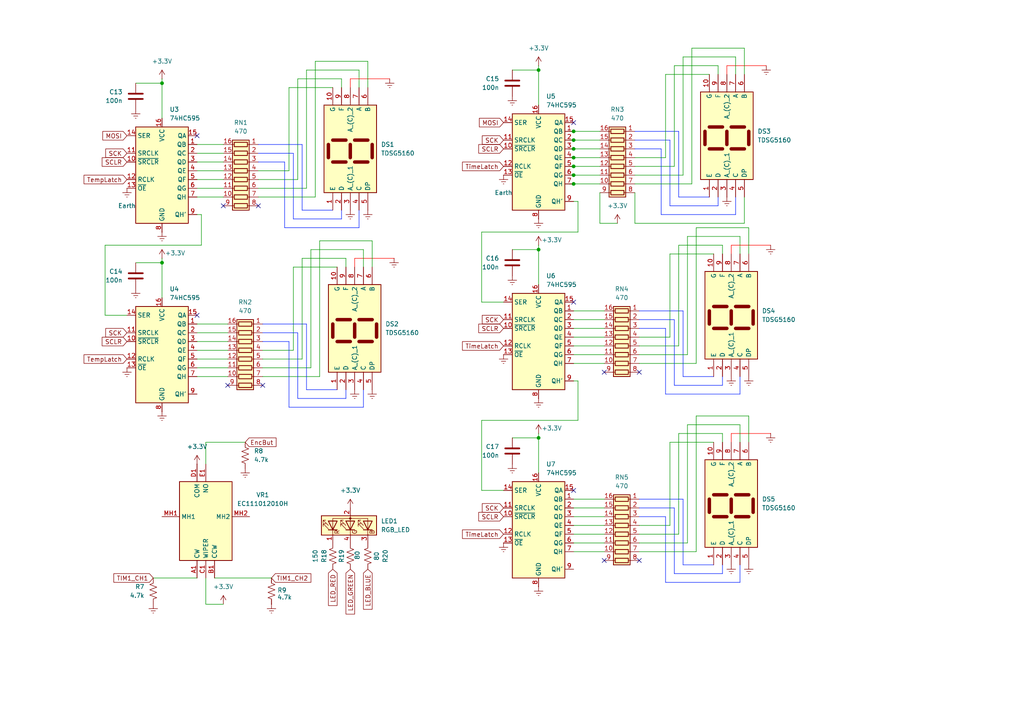
<source format=kicad_sch>
(kicad_sch (version 20231120) (generator "eeschema") (generator_version "8.0")
  (paper "A4")
  (lib_symbols
    (symbol "74xx:74HC595"
      (property "Reference" "U" (at -7.62 13.97 0))
      (property "Value" "74HC595" (at -7.62 -16.51 0))
      (symbol "74HC595_1_0"
        (pin tri_state line (at 10.16 7.62 180) (length 2.54) (name "QB") (number "1"))
        (pin input line (at -10.16 2.54 0) (length 2.54) (name "~{SRCLR}") (number "10"))
        (pin input line (at -10.16 5.08 0) (length 2.54) (name "SRCLK") (number "11"))
        (pin input line (at -10.16 -2.54 0) (length 2.54) (name "RCLK") (number "12"))
        (pin input line (at -10.16 -5.08 0) (length 2.54) (name "~{OE}") (number "13"))
        (pin input line (at -10.16 10.16 0) (length 2.54) (name "SER") (number "14"))
        (pin tri_state line (at 10.16 10.16 180) (length 2.54) (name "QA") (number "15"))
        (pin power_in line (at 0 15.24 270) (length 2.54) (name "VCC") (number "16"))
        (pin tri_state line (at 10.16 5.08 180) (length 2.54) (name "QC") (number "2"))
        (pin tri_state line (at 10.16 2.54 180) (length 2.54) (name "QD") (number "3"))
        (pin tri_state line (at 10.16 0 180) (length 2.54) (name "QE") (number "4"))
        (pin tri_state line (at 10.16 -2.54 180) (length 2.54) (name "QF") (number "5"))
        (pin tri_state line (at 10.16 -5.08 180) (length 2.54) (name "QG") (number "6"))
        (pin tri_state line (at 10.16 -7.62 180) (length 2.54) (name "QH") (number "7"))
        (pin power_in line (at 0 -17.78 90) (length 2.54) (name "GND") (number "8"))
        (pin output line (at 10.16 -12.7 180) (length 2.54) (name "QH'") (number "9"))
      )
      (symbol "74HC595_1_1"
        (rectangle (start -7.62 12.7) (end 7.62 -15.24) (stroke (width 0.254)) (fill (type background)))
      )
    )
    (symbol "Device:C" (pin_numbers hide) (pin_names (offset 0.254))
      (property "Reference" "C" (at 0.635 2.54 0))
      (property "Value" "C" (at 0.635 -2.54 0))
      (symbol "C_0_1"
        (polyline (pts (xy -2.032 -0.762) (xy 2.032 -0.762)) (stroke (width 0.508)))
        (polyline (pts (xy -2.032 0.762) (xy 2.032 0.762)) (stroke (width 0.508)))
      )
      (symbol "C_1_1"
        (pin passive line (at 0 3.81 270) (length 2.794) (name "~") (number "1"))
        (pin passive line (at 0 -3.81 90) (length 2.794) (name "~") (number "2"))
      )
    )
    (symbol "Device:LED_ARBG" (pin_names (offset 0) hide)
      (property "Reference" "LED1" (at 1.2701 -8.89 90))
      (property "Value" "521-8559F" (at -1.2699 -8.89 90))
      (symbol "LED_ARBG_0_0"
        (text "B" (at -1.905 -6.35 0) (effects (font (size 1.27 1.27))))
        (text "G" (at -1.905 -1.27 0) (effects (font (size 1.27 1.27))))
        (text "R" (at -1.905 3.81 0) (effects (font (size 1.27 1.27))))
      )
      (symbol "LED_ARBG_0_1"
        (rectangle (start -2.794 8.382) (end 2.794 -7.62) (stroke (width 0.254)) (fill (type background)))
        (polyline (pts (xy -1.27 -5.08) (xy -2.54 -5.08)))
        (polyline (pts (xy -1.27 -5.08) (xy 1.27 -5.08)))
        (polyline (pts (xy -1.27 -3.81) (xy -1.27 -6.35)) (stroke (width 0.254)))
        (polyline (pts (xy -1.27 0) (xy -2.54 0)))
        (polyline (pts (xy -1.27 1.27) (xy -1.27 -1.27)) (stroke (width 0.254)))
        (polyline (pts (xy -1.27 5.08) (xy -2.54 5.08)))
        (polyline (pts (xy -1.27 5.08) (xy 1.27 5.08)))
        (polyline (pts (xy -1.27 6.35) (xy -1.27 3.81)) (stroke (width 0.254)))
        (polyline (pts (xy 1.27 0) (xy -1.27 0)))
        (polyline (pts (xy 1.27 0) (xy 2.54 0)))
        (polyline (pts (xy -1.27 1.27) (xy -1.27 -1.27) (xy -1.27 -1.27)))
        (polyline (pts (xy -1.27 6.35) (xy -1.27 3.81) (xy -1.27 3.81)))
        (polyline (pts (xy 1.27 -5.08) (xy 2.032 -5.08) (xy 2.032 5.08) (xy 1.27 5.08)))
        (polyline (pts (xy 1.27 -3.81) (xy 1.27 -6.35) (xy -1.27 -5.08) (xy 1.27 -3.81)) (stroke (width 0.254)))
        (polyline (pts (xy 1.27 1.27) (xy 1.27 -1.27) (xy -1.27 0) (xy 1.27 1.27)) (stroke (width 0.254)))
        (polyline (pts (xy 1.27 6.35) (xy 1.27 3.81) (xy -1.27 5.08) (xy 1.27 6.35)) (stroke (width 0.254)))
        (polyline (pts (xy -1.016 -3.81) (xy 0.508 -2.286) (xy -0.254 -2.286) (xy 0.508 -2.286) (xy 0.508 -3.048)))
        (polyline (pts (xy -1.016 1.27) (xy 0.508 2.794) (xy -0.254 2.794) (xy 0.508 2.794) (xy 0.508 2.032)))
        (polyline (pts (xy -1.016 6.35) (xy 0.508 7.874) (xy -0.254 7.874) (xy 0.508 7.874) (xy 0.508 7.112)))
        (polyline (pts (xy 0 -3.81) (xy 1.524 -2.286) (xy 0.762 -2.286) (xy 1.524 -2.286) (xy 1.524 -3.048)))
        (polyline (pts (xy 0 1.27) (xy 1.524 2.794) (xy 0.762 2.794) (xy 1.524 2.794) (xy 1.524 2.032)))
        (polyline (pts (xy 0 6.35) (xy 1.524 7.874) (xy 0.762 7.874) (xy 1.524 7.874) (xy 1.524 7.112)))
        (rectangle (start 1.27 -1.27) (end 1.27 1.27))
        (rectangle (start 1.27 1.27) (end 1.27 1.27))
        (rectangle (start 1.27 3.81) (end 1.27 6.35))
        (rectangle (start 1.27 6.35) (end 1.27 6.35))
        (circle (center 2.032 0) (radius 0.254) (fill (type outline)))
      )
      (symbol "LED_ARBG_1_1"
        (pin passive line (at -5.08 5.08 0) (length 2.54) (name "1") (number "1"))
        (pin passive line (at 5.08 0 180) (length 2.54) (name "A") (number "2"))
        (pin passive line (at -5.08 -5.08 0) (length 2.54) (name "BK") (number "3"))
        (pin passive line (at -5.08 0 0) (length 2.54) (name "GK") (number "4"))
      )
    )
    (symbol "Device:R_Pack08" (pin_names (offset 0) hide)
      (property "Reference" "RN" (at -12.7 0 90))
      (property "Value" "R_Pack08" (at 10.16 0 90))
      (symbol "R_Pack08_0_1"
        (rectangle (start -11.43 -2.413) (end 8.89 2.413) (stroke (width 0.254)) (fill (type background)))
        (rectangle (start -10.795 1.905) (end -9.525 -1.905) (stroke (width 0.254)))
        (rectangle (start -8.255 1.905) (end -6.985 -1.905) (stroke (width 0.254)))
        (rectangle (start -5.715 1.905) (end -4.445 -1.905) (stroke (width 0.254)))
        (rectangle (start -3.175 1.905) (end -1.905 -1.905) (stroke (width 0.254)))
        (rectangle (start -0.635 1.905) (end 0.635 -1.905) (stroke (width 0.254)))
        (polyline (pts (xy -10.16 -2.54) (xy -10.16 -1.905)))
        (polyline (pts (xy -10.16 1.905) (xy -10.16 2.54)))
        (polyline (pts (xy -7.62 -2.54) (xy -7.62 -1.905)))
        (polyline (pts (xy -7.62 1.905) (xy -7.62 2.54)))
        (polyline (pts (xy -5.08 -2.54) (xy -5.08 -1.905)))
        (polyline (pts (xy -5.08 1.905) (xy -5.08 2.54)))
        (polyline (pts (xy -2.54 -2.54) (xy -2.54 -1.905)))
        (polyline (pts (xy -2.54 1.905) (xy -2.54 2.54)))
        (polyline (pts (xy 0 -2.54) (xy 0 -1.905)))
        (polyline (pts (xy 0 1.905) (xy 0 2.54)))
        (polyline (pts (xy 2.54 -2.54) (xy 2.54 -1.905)))
        (polyline (pts (xy 2.54 1.905) (xy 2.54 2.54)))
        (polyline (pts (xy 5.08 -2.54) (xy 5.08 -1.905)))
        (polyline (pts (xy 5.08 1.905) (xy 5.08 2.54)))
        (polyline (pts (xy 7.62 -2.54) (xy 7.62 -1.905)))
        (polyline (pts (xy 7.62 1.905) (xy 7.62 2.54)))
        (rectangle (start 1.905 1.905) (end 3.175 -1.905) (stroke (width 0.254)))
        (rectangle (start 4.445 1.905) (end 5.715 -1.905) (stroke (width 0.254)))
        (rectangle (start 6.985 1.905) (end 8.255 -1.905) (stroke (width 0.254)))
      )
      (symbol "R_Pack08_1_1"
        (pin passive line (at -10.16 -5.08 90) (length 2.54) (name "R1.1") (number "1"))
        (pin passive line (at 5.08 5.08 270) (length 2.54) (name "R7.2") (number "10"))
        (pin passive line (at 2.54 5.08 270) (length 2.54) (name "R6.2") (number "11"))
        (pin passive line (at 0 5.08 270) (length 2.54) (name "R5.2") (number "12"))
        (pin passive line (at -2.54 5.08 270) (length 2.54) (name "R4.2") (number "13"))
        (pin passive line (at -5.08 5.08 270) (length 2.54) (name "R3.2") (number "14"))
        (pin passive line (at -7.62 5.08 270) (length 2.54) (name "R2.2") (number "15"))
        (pin passive line (at -10.16 5.08 270) (length 2.54) (name "R1.2") (number "16"))
        (pin passive line (at -7.62 -5.08 90) (length 2.54) (name "R2.1") (number "2"))
        (pin passive line (at -5.08 -5.08 90) (length 2.54) (name "R3.1") (number "3"))
        (pin passive line (at -2.54 -5.08 90) (length 2.54) (name "R4.1") (number "4"))
        (pin passive line (at 0 -5.08 90) (length 2.54) (name "R5.1") (number "5"))
        (pin passive line (at 2.54 -5.08 90) (length 2.54) (name "R6.1") (number "6"))
        (pin passive line (at 5.08 -5.08 90) (length 2.54) (name "R7.1") (number "7"))
        (pin passive line (at 7.62 -5.08 90) (length 2.54) (name "R8.1") (number "8"))
        (pin passive line (at 7.62 5.08 270) (length 2.54) (name "R8.2") (number "9"))
      )
    )
    (symbol "Device:R_US" (pin_numbers hide) (pin_names (offset 0))
      (property "Reference" "R" (at 2.54 0 90))
      (property "Value" "R_US" (at -2.54 0 90))
      (symbol "R_US_0_1"
        (polyline (pts (xy 0 -2.286) (xy 0 -2.54)))
        (polyline (pts (xy 0 2.286) (xy 0 2.54)))
        (polyline (pts (xy 0 -0.762) (xy 1.016 -1.143) (xy 0 -1.524) (xy -1.016 -1.905) (xy 0 -2.286)))
        (polyline (pts (xy 0 0.762) (xy 1.016 0.381) (xy 0 0) (xy -1.016 -0.381) (xy 0 -0.762)))
        (polyline (pts (xy 0 2.286) (xy 1.016 1.905) (xy 0 1.524) (xy -1.016 1.143) (xy 0 0.762)))
      )
      (symbol "R_US_1_1"
        (pin passive line (at 0 3.81 270) (length 1.27) (name "~") (number "1"))
        (pin passive line (at 0 -3.81 90) (length 1.27) (name "~") (number "2"))
      )
    )
    (symbol "SamacSys_Parts:EC111012010H"
      (property "Reference" "VR" (at 21.59 15.24 0))
      (property "Value" "EC111012010H" (at 21.59 12.7 0))
      (symbol "EC111012010H_1_1"
        (rectangle (start 5.08 10.16) (end 20.32 -12.7) (stroke (width 0.254)) (fill (type background)))
        (pin passive line (at 10.16 -17.78 90) (length 5.08) (name "CW") (number "A1"))
        (pin passive line (at 15.24 -17.78 90) (length 5.08) (name "CCW") (number "B1"))
        (pin passive line (at 12.7 -17.78 90) (length 5.08) (name "WIPER") (number "C1"))
        (pin passive line (at 10.16 15.24 270) (length 5.08) (name "COM") (number "D1"))
        (pin passive line (at 12.7 15.24 270) (length 5.08) (name "NO") (number "E1"))
        (pin passive line (at 0 0 0) (length 5.08) (name "MH1") (number "MH1"))
        (pin passive line (at 25.4 0 180) (length 5.08) (name "MH2") (number "MH2"))
      )
    )
    (symbol "TDSG5160_1"
      (property "Reference" "DS1" (at 17.78 7.62 0))
      (property "Value" "TDSG5160" (at 17.78 5.08 0))
      (symbol "TDSG5160_1_0_1"
        (polyline (pts (xy 13.97 -6.35) (xy 13.97 -10.16)) (stroke (width 1)))
        (polyline (pts (xy 13.97 0) (xy 13.97 -3.81)) (stroke (width 1)))
        (polyline (pts (xy 15.24 -11.43) (xy 19.05 -11.43)) (stroke (width 1)))
        (polyline (pts (xy 15.24 -5.08) (xy 19.05 -5.08)) (stroke (width 1)))
        (polyline (pts (xy 15.24 1.27) (xy 19.05 1.27)) (stroke (width 1)))
        (polyline (pts (xy 20.32 -6.35) (xy 20.32 -10.16)) (stroke (width 1)))
        (polyline (pts (xy 20.32 0) (xy 20.32 -3.81)) (stroke (width 1)))
      )
      (symbol "TDSG5160_1_1_1"
        (rectangle (start 5.08 2.54) (end 30.48 -12.7) (stroke (width 0.254)) (fill (type background)))
        (pin passive line (at 0 0 0) (length 5.08) (name "E") (number "1"))
        (pin passive line (at 35.56 0 180) (length 5.08) (name "G") (number "10"))
        (pin passive line (at 0 -2.54 0) (length 5.08) (name "D") (number "2"))
        (pin passive line (at 0 -5.08 0) (length 5.08) (name "A_(C)_1") (number "3"))
        (pin passive line (at 0 -7.62 0) (length 5.08) (name "C") (number "4"))
        (pin passive line (at 0 -10.16 0) (length 5.08) (name "DP") (number "5"))
        (pin passive line (at 35.56 -10.16 180) (length 5.08) (name "B") (number "6"))
        (pin passive line (at 35.56 -7.62 180) (length 5.08) (name "A") (number "7"))
        (pin passive line (at 35.56 -5.08 180) (length 5.08) (name "A_(C)_2") (number "8"))
        (pin passive line (at 35.56 -2.54 180) (length 5.08) (name "F") (number "9"))
      )
    )
    (symbol "power:+3.3V" (power) (pin_numbers hide) (pin_names (offset 0) hide)
      (property "Value" "+3.3V" (at 0 3.556 0))
      (symbol "+3.3V_0_1"
        (polyline (pts (xy -0.762 1.27) (xy 0 2.54)))
        (polyline (pts (xy 0 0) (xy 0 2.54)))
        (polyline (pts (xy 0 2.54) (xy 0.762 1.27)))
      )
      (symbol "+3.3V_1_1"
        (pin power_in line (at 0 0 90) (length 0) (name "~") (number "1"))
      )
    )
    (symbol "power:Earth" (power) (pin_numbers hide) (pin_names (offset 0) hide)
      (property "Value" "Earth" (at 0 -3.81 0))
      (symbol "Earth_0_1"
        (polyline (pts (xy -0.635 -1.905) (xy 0.635 -1.905)))
        (polyline (pts (xy -0.127 -2.54) (xy 0.127 -2.54)))
        (polyline (pts (xy 0 -1.27) (xy 0 0)))
        (polyline (pts (xy 1.27 -1.27) (xy -1.27 -1.27)))
      )
      (symbol "Earth_1_1"
        (pin power_in line (at 0 0 270) (length 0) (name "~") (number "1"))
      )
    )
  )
  (junction (at 156.21 72.39))
  (junction (at 156.21 127))
  (junction (at 166.37 45.72))
  (junction (at 166.37 40.64))
  (junction (at 166.37 53.34))
  (junction (at 166.37 43.18))
  (junction (at 46.99 76.2))
  (junction (at 166.37 38.1))
  (junction (at 166.37 50.8))
  (junction (at 46.99 24.13))
  (junction (at 156.21 20.32))
  (junction (at 166.37 48.26))
  (no_connect (at 74.93 59.69))
  (no_connect (at 64.77 59.69))
  (no_connect (at 185.42 107.95))
  (no_connect (at 185.42 162.56))
  (no_connect (at 175.26 107.95))
  (no_connect (at 76.2 111.76))
  (no_connect (at 166.37 87.63))
  (no_connect (at 57.15 91.44))
  (no_connect (at 166.37 35.56))
  (no_connect (at 166.37 142.24))
  (no_connect (at 66.04 111.76))
  (no_connect (at 57.15 39.37))
  (no_connect (at 175.26 162.56))
  (wire (pts (xy 90.17 106.68) (xy 90.17 72.39)))
  (wire (pts (xy 198.12 109.22) (xy 198.12 90.17)) (stroke (width 0) (color 0 28 255 1)))
  (wire (pts (xy 88.9 54.61) (xy 88.9 20.32)))
  (wire (pts (xy 212.09 73.66) (xy 212.09 71.12)) (stroke (width 0) (color 255 6 0 1)))
  (wire (pts (xy 86.36 96.52) (xy 86.36 115.57)) (stroke (width 0) (color 0 28 255 1)))
  (wire (pts (xy 76.2 96.52) (xy 86.36 96.52)) (stroke (width 0) (color 0 28 255 1)))
  (wire (pts (xy 193.04 168.91) (xy 193.04 149.86)) (stroke (width 0) (color 0 28 255 1)))
  (wire (pts (xy 107.95 69.85) (xy 107.95 77.47)))
  (wire (pts (xy 99.06 22.86) (xy 99.06 25.4)))
  (wire (pts (xy 100.33 74.93) (xy 100.33 77.47)))
  (wire (pts (xy 46.99 76.2) (xy 46.99 86.36)))
  (wire (pts (xy 167.64 58.42) (xy 167.64 67.31)))
  (wire (pts (xy 105.41 118.11) (xy 83.82 118.11)) (stroke (width 0) (color 0 28 255 1)))
  (wire (pts (xy 217.17 120.65) (xy 217.17 128.27)))
  (wire (pts (xy 165.1 48.26) (xy 166.37 48.26)))
  (wire (pts (xy 46.99 24.13) (xy 46.99 34.29)))
  (wire (pts (xy 57.15 99.06) (xy 66.04 99.06)))
  (wire (pts (xy 57.15 54.61) (xy 64.77 54.61)))
  (wire (pts (xy 148.59 20.32) (xy 156.21 20.32)))
  (wire (pts (xy 57.15 57.15) (xy 64.77 57.15)))
  (wire (pts (xy 59.69 128.27) (xy 71.12 128.27)))
  (wire (pts (xy 101.6 25.4) (xy 101.6 22.86)) (stroke (width 0) (color 255 6 0 1)))
  (wire (pts (xy 97.79 113.03) (xy 88.9 113.03)) (stroke (width 0) (color 0 28 255 1)))
  (wire (pts (xy 91.44 57.15) (xy 91.44 17.78)))
  (wire (pts (xy 106.68 17.78) (xy 106.68 25.4)))
  (wire (pts (xy 213.36 16.51) (xy 213.36 21.59)))
  (wire (pts (xy 207.01 163.83) (xy 198.12 163.83)) (stroke (width 0) (color 0 28 255 1)))
  (wire (pts (xy 74.93 54.61) (xy 88.9 54.61)))
  (wire (pts (xy 166.37 92.71) (xy 175.26 92.71)))
  (wire (pts (xy 166.37 53.34) (xy 173.99 53.34)))
  (wire (pts (xy 217.17 66.04) (xy 217.17 73.66)))
  (wire (pts (xy 212.09 71.12) (xy 223.52 71.12)) (stroke (width 0) (color 255 6 0 1)))
  (wire (pts (xy 195.58 166.37) (xy 209.55 166.37)) (stroke (width 0) (color 0 28 255 1)))
  (wire (pts (xy 198.12 16.51) (xy 213.36 16.51)))
  (wire (pts (xy 166.37 160.02) (xy 175.26 160.02)))
  (wire (pts (xy 212.09 128.27) (xy 212.09 125.73)) (stroke (width 0) (color 255 6 0 1)))
  (wire (pts (xy 165.1 45.72) (xy 166.37 45.72)))
  (wire (pts (xy 82.55 46.99) (xy 74.93 46.99)) (stroke (width 0) (color 0 28 255 1)))
  (wire (pts (xy 166.37 152.4) (xy 175.26 152.4)))
  (wire (pts (xy 88.9 113.03) (xy 88.9 93.98)) (stroke (width 0) (color 0 28 255 1)))
  (wire (pts (xy 57.15 101.6) (xy 66.04 101.6)))
  (wire (pts (xy 83.82 99.06) (xy 76.2 99.06)) (stroke (width 0) (color 0 28 255 1)))
  (wire (pts (xy 185.42 97.79) (xy 194.31 97.79)))
  (wire (pts (xy 76.2 104.14) (xy 87.63 104.14)))
  (wire (pts (xy 139.7 67.31) (xy 139.7 87.63)))
  (wire (pts (xy 59.69 167.64) (xy 59.69 175.26)))
  (wire (pts (xy 165.1 40.64) (xy 166.37 40.64)))
  (wire (pts (xy 195.58 48.26) (xy 195.58 19.05)))
  (wire (pts (xy 57.15 41.91) (xy 64.77 41.91)))
  (wire (pts (xy 185.42 102.87) (xy 199.39 102.87)))
  (wire (pts (xy 207.01 109.22) (xy 198.12 109.22)) (stroke (width 0) (color 0 28 255 1)))
  (wire (pts (xy 214.63 68.58) (xy 214.63 73.66)))
  (wire (pts (xy 185.42 92.71) (xy 195.58 92.71)) (stroke (width 0) (color 0 28 255 1)))
  (wire (pts (xy 215.9 13.97) (xy 215.9 21.59)))
  (wire (pts (xy 167.64 67.31) (xy 139.7 67.31)))
  (wire (pts (xy 59.69 175.26) (xy 64.77 175.26)))
  (wire (pts (xy 88.9 20.32) (xy 104.14 20.32)))
  (wire (pts (xy 76.2 109.22) (xy 92.71 109.22)))
  (wire (pts (xy 166.37 58.42) (xy 167.64 58.42)))
  (wire (pts (xy 165.1 43.18) (xy 166.37 43.18)))
  (wire (pts (xy 209.55 111.76) (xy 209.55 109.22)) (stroke (width 0) (color 0 28 255 1)))
  (wire (pts (xy 57.15 44.45) (xy 64.77 44.45)))
  (wire (pts (xy 201.93 160.02) (xy 201.93 120.65)))
  (wire (pts (xy 185.42 160.02) (xy 201.93 160.02)))
  (wire (pts (xy 39.37 24.13) (xy 46.99 24.13)))
  (wire (pts (xy 195.58 19.05) (xy 208.28 19.05)))
  (wire (pts (xy 184.15 40.64) (xy 194.31 40.64)) (stroke (width 0) (color 0 28 255 1)))
  (wire (pts (xy 76.2 106.68) (xy 90.17 106.68)))
  (wire (pts (xy 166.37 149.86) (xy 175.26 149.86)))
  (wire (pts (xy 166.37 147.32) (xy 175.26 147.32)))
  (wire (pts (xy 199.39 68.58) (xy 214.63 68.58)))
  (wire (pts (xy 57.15 93.98) (xy 66.04 93.98)))
  (wire (pts (xy 57.15 49.53) (xy 64.77 49.53)))
  (wire (pts (xy 196.85 100.33) (xy 196.85 71.12)))
  (wire (pts (xy 102.87 74.93) (xy 114.3 74.93)) (stroke (width 0) (color 255 6 0 1)))
  (wire (pts (xy 195.58 147.32) (xy 195.58 166.37)) (stroke (width 0) (color 0 28 255 1)))
  (wire (pts (xy 86.36 115.57) (xy 100.33 115.57)) (stroke (width 0) (color 0 28 255 1)))
  (wire (pts (xy 193.04 95.25) (xy 185.42 95.25)) (stroke (width 0) (color 0 28 255 1)))
  (wire (pts (xy 87.63 41.91) (xy 74.93 41.91)) (stroke (width 0) (color 0 28 255 1)))
  (wire (pts (xy 209.55 166.37) (xy 209.55 163.83)) (stroke (width 0) (color 0 28 255 1)))
  (wire (pts (xy 185.42 147.32) (xy 195.58 147.32)) (stroke (width 0) (color 0 28 255 1)))
  (wire (pts (xy 166.37 100.33) (xy 175.26 100.33)))
  (wire (pts (xy 156.21 72.39) (xy 156.21 82.55)))
  (wire (pts (xy 85.09 63.5) (xy 99.06 63.5)) (stroke (width 0) (color 0 28 255 1)))
  (wire (pts (xy 102.87 77.47) (xy 102.87 74.93)) (stroke (width 0) (color 255 6 0 1)))
  (wire (pts (xy 194.31 73.66) (xy 207.01 73.66)))
  (wire (pts (xy 85.09 44.45) (xy 85.09 63.5)) (stroke (width 0) (color 0 28 255 1)))
  (wire (pts (xy 90.17 72.39) (xy 105.41 72.39)))
  (wire (pts (xy 209.55 125.73) (xy 209.55 128.27)))
  (wire (pts (xy 139.7 87.63) (xy 146.05 87.63)))
  (wire (pts (xy 166.37 157.48) (xy 175.26 157.48)))
  (wire (pts (xy 214.63 114.3) (xy 193.04 114.3)) (stroke (width 0) (color 0 28 255 1)))
  (wire (pts (xy 105.41 113.03) (xy 105.41 118.11)) (stroke (width 0) (color 0 28 255 1)))
  (wire (pts (xy 91.44 17.78) (xy 106.68 17.78)))
  (wire (pts (xy 215.9 64.77) (xy 215.9 57.15)))
  (wire (pts (xy 166.37 154.94) (xy 175.26 154.94)))
  (wire (pts (xy 83.82 25.4) (xy 96.52 25.4)))
  (wire (pts (xy 214.63 109.22) (xy 214.63 114.3)) (stroke (width 0) (color 0 28 255 1)))
  (wire (pts (xy 208.28 59.69) (xy 208.28 57.15)) (stroke (width 0) (color 0 28 255 1)))
  (wire (pts (xy 196.85 154.94) (xy 196.85 125.73)))
  (wire (pts (xy 74.93 52.07) (xy 86.36 52.07)))
  (wire (pts (xy 166.37 144.78) (xy 175.26 144.78)))
  (wire (pts (xy 184.15 50.8) (xy 198.12 50.8)))
  (wire (pts (xy 166.37 45.72) (xy 173.99 45.72)))
  (wire (pts (xy 30.48 71.12) (xy 30.48 91.44)))
  (wire (pts (xy 195.58 92.71) (xy 195.58 111.76)) (stroke (width 0) (color 0 28 255 1)))
  (wire (pts (xy 74.93 49.53) (xy 83.82 49.53)))
  (wire (pts (xy 87.63 74.93) (xy 100.33 74.93)))
  (wire (pts (xy 85.09 77.47) (xy 97.79 77.47)))
  (wire (pts (xy 193.04 149.86) (xy 185.42 149.86)) (stroke (width 0) (color 0 28 255 1)))
  (wire (pts (xy 59.69 134.62) (xy 59.69 128.27)))
  (wire (pts (xy 87.63 104.14) (xy 87.63 74.93)))
  (wire (pts (xy 39.37 76.2) (xy 46.99 76.2)))
  (wire (pts (xy 196.85 57.15) (xy 196.85 38.1)) (stroke (width 0) (color 0 28 255 1)))
  (wire (pts (xy 166.37 90.17) (xy 175.26 90.17)))
  (wire (pts (xy 198.12 50.8) (xy 198.12 16.51)))
  (wire (pts (xy 166.37 102.87) (xy 175.26 102.87)))
  (wire (pts (xy 191.77 43.18) (xy 184.15 43.18)) (stroke (width 0) (color 0 28 255 1)))
  (wire (pts (xy 201.93 120.65) (xy 217.17 120.65)))
  (wire (pts (xy 99.06 63.5) (xy 99.06 60.96)) (stroke (width 0) (color 0 28 255 1)))
  (wire (pts (xy 82.55 66.04) (xy 82.55 46.99)) (stroke (width 0) (color 0 28 255 1)))
  (wire (pts (xy 166.37 48.26) (xy 173.99 48.26)))
  (wire (pts (xy 104.14 66.04) (xy 82.55 66.04)) (stroke (width 0) (color 0 28 255 1)))
  (wire (pts (xy 198.12 90.17) (xy 185.42 90.17)) (stroke (width 0) (color 0 28 255 1)))
  (wire (pts (xy 200.66 13.97) (xy 215.9 13.97)))
  (wire (pts (xy 166.37 95.25) (xy 175.26 95.25)))
  (wire (pts (xy 167.64 110.49) (xy 166.37 110.49)))
  (wire (pts (xy 167.64 121.92) (xy 139.7 121.92)))
  (wire (pts (xy 148.59 127) (xy 156.21 127)))
  (wire (pts (xy 86.36 52.07) (xy 86.36 22.86)))
  (wire (pts (xy 83.82 118.11) (xy 83.82 99.06)) (stroke (width 0) (color 0 28 255 1)))
  (wire (pts (xy 57.15 52.07) (xy 64.77 52.07)))
  (wire (pts (xy 213.36 62.23) (xy 191.77 62.23)) (stroke (width 0) (color 0 28 255 1)))
  (wire (pts (xy 57.15 62.23) (xy 58.42 62.23)))
  (wire (pts (xy 212.09 125.73) (xy 223.52 125.73)) (stroke (width 0) (color 255 6 0 1)))
  (wire (pts (xy 76.2 101.6) (xy 85.09 101.6)))
  (wire (pts (xy 104.14 60.96) (xy 104.14 66.04)) (stroke (width 0) (color 0 28 255 1)))
  (wire (pts (xy 30.48 91.44) (xy 36.83 91.44)))
  (wire (pts (xy 214.63 163.83) (xy 214.63 168.91)) (stroke (width 0) (color 0 28 255 1)))
  (wire (pts (xy 156.21 71.12) (xy 156.21 72.39)))
  (wire (pts (xy 184.15 45.72) (xy 193.04 45.72)))
  (wire (pts (xy 156.21 20.32) (xy 156.21 30.48)))
  (wire (pts (xy 166.37 50.8) (xy 173.99 50.8)))
  (wire (pts (xy 173.99 64.77) (xy 179.07 64.77)))
  (wire (pts (xy 193.04 114.3) (xy 193.04 95.25)) (stroke (width 0) (color 0 28 255 1)))
  (wire (pts (xy 213.36 57.15) (xy 213.36 62.23)) (stroke (width 0) (color 0 28 255 1)))
  (wire (pts (xy 86.36 22.86) (xy 99.06 22.86)))
  (wire (pts (xy 58.42 62.23) (xy 58.42 71.12)))
  (wire (pts (xy 165.1 50.8) (xy 166.37 50.8)))
  (wire (pts (xy 185.42 105.41) (xy 201.93 105.41)))
  (wire (pts (xy 214.63 123.19) (xy 214.63 128.27)))
  (wire (pts (xy 185.42 154.94) (xy 196.85 154.94)))
  (wire (pts (xy 205.74 57.15) (xy 196.85 57.15)) (stroke (width 0) (color 0 28 255 1)))
  (wire (pts (xy 83.82 49.53) (xy 83.82 25.4)))
  (wire (pts (xy 184.15 53.34) (xy 200.66 53.34)))
  (wire (pts (xy 105.41 72.39) (xy 105.41 77.47)))
  (wire (pts (xy 193.04 45.72) (xy 193.04 21.59)))
  (wire (pts (xy 209.55 71.12) (xy 209.55 73.66)))
  (wire (pts (xy 199.39 102.87) (xy 199.39 68.58)))
  (wire (pts (xy 46.99 22.86) (xy 46.99 24.13)))
  (wire (pts (xy 194.31 128.27) (xy 207.01 128.27)))
  (wire (pts (xy 57.15 106.68) (xy 66.04 106.68)))
  (wire (pts (xy 201.93 105.41) (xy 201.93 66.04)))
  (wire (pts (xy 57.15 104.14) (xy 66.04 104.14)))
  (wire (pts (xy 156.21 125.73) (xy 156.21 127)))
  (wire (pts (xy 167.64 121.92) (xy 167.64 110.49)))
  (wire (pts (xy 104.14 20.32) (xy 104.14 25.4)))
  (wire (pts (xy 196.85 38.1) (xy 184.15 38.1)) (stroke (width 0) (color 0 28 255 1)))
  (wire (pts (xy 57.15 46.99) (xy 64.77 46.99)))
  (wire (pts (xy 139.7 121.92) (xy 139.7 142.24)))
  (wire (pts (xy 195.58 111.76) (xy 209.55 111.76)) (stroke (width 0) (color 0 28 255 1)))
  (wire (pts (xy 198.12 163.83) (xy 198.12 144.78)) (stroke (width 0) (color 0 28 255 1)))
  (wire (pts (xy 184.15 48.26) (xy 195.58 48.26)))
  (wire (pts (xy 88.9 93.98) (xy 76.2 93.98)) (stroke (width 0) (color 0 28 255 1)))
  (wire (pts (xy 166.37 105.41) (xy 175.26 105.41)))
  (wire (pts (xy 185.42 152.4) (xy 194.31 152.4)))
  (wire (pts (xy 92.71 69.85) (xy 107.95 69.85)))
  (wire (pts (xy 57.15 96.52) (xy 66.04 96.52)))
  (wire (pts (xy 156.21 127) (xy 156.21 137.16)))
  (wire (pts (xy 200.66 53.34) (xy 200.66 13.97)))
  (wire (pts (xy 193.04 21.59) (xy 205.74 21.59)))
  (wire (pts (xy 57.15 109.22) (xy 66.04 109.22)))
  (wire (pts (xy 100.33 115.57) (xy 100.33 113.03)) (stroke (width 0) (color 0 28 255 1)))
  (wire (pts (xy 210.82 21.59) (xy 210.82 19.05)) (stroke (width 0) (color 255 6 0 1)))
  (wire (pts (xy 44.45 167.64) (xy 57.15 167.64)))
  (wire (pts (xy 199.39 157.48) (xy 199.39 123.19)))
  (wire (pts (xy 194.31 40.64) (xy 194.31 59.69)) (stroke (width 0) (color 0 28 255 1)))
  (wire (pts (xy 148.59 72.39) (xy 156.21 72.39)))
  (wire (pts (xy 166.37 38.1) (xy 173.99 38.1)))
  (wire (pts (xy 165.1 38.1) (xy 166.37 38.1)))
  (wire (pts (xy 166.37 97.79) (xy 175.26 97.79)))
  (wire (pts (xy 191.77 62.23) (xy 191.77 43.18)) (stroke (width 0) (color 0 28 255 1)))
  (wire (pts (xy 101.6 22.86) (xy 113.03 22.86)) (stroke (width 0) (color 255 6 0 1)))
  (wire (pts (xy 156.21 19.05) (xy 156.21 20.32)))
  (wire (pts (xy 92.71 109.22) (xy 92.71 69.85)))
  (wire (pts (xy 165.1 53.34) (xy 166.37 53.34)))
  (wire (pts (xy 194.31 97.79) (xy 194.31 73.66)))
  (wire (pts (xy 184.15 55.88) (xy 184.15 64.77)))
  (wire (pts (xy 166.37 43.18) (xy 173.99 43.18)))
  (wire (pts (xy 210.82 19.05) (xy 222.25 19.05)) (stroke (width 0) (color 255 6 0 1)))
  (wire (pts (xy 194.31 152.4) (xy 194.31 128.27)))
  (wire (pts (xy 85.09 101.6) (xy 85.09 77.47)))
  (wire (pts (xy 74.93 57.15) (xy 91.44 57.15)))
  (wire (pts (xy 173.99 55.88) (xy 173.99 64.77)))
  (wire (pts (xy 166.37 40.64) (xy 173.99 40.64)))
  (wire (pts (xy 185.42 100.33) (xy 196.85 100.33)))
  (wire (pts (xy 58.42 71.12) (xy 30.48 71.12)))
  (wire (pts (xy 198.12 144.78) (xy 185.42 144.78)) (stroke (width 0) (color 0 28 255 1)))
  (wire (pts (xy 194.31 59.69) (xy 208.28 59.69)) (stroke (width 0) (color 0 28 255 1)))
  (wire (pts (xy 196.85 125.73) (xy 209.55 125.73)))
  (wire (pts (xy 96.52 60.96) (xy 87.63 60.96)) (stroke (width 0) (color 0 28 255 1)))
  (wire (pts (xy 46.99 74.93) (xy 46.99 76.2)))
  (wire (pts (xy 184.15 64.77) (xy 215.9 64.77)))
  (wire (pts (xy 214.63 168.91) (xy 193.04 168.91)) (stroke (width 0) (color 0 28 255 1)))
  (wire (pts (xy 201.93 66.04) (xy 217.17 66.04)))
  (wire (pts (xy 199.39 123.19) (xy 214.63 123.19)))
  (wire (pts (xy 74.93 44.45) (xy 85.09 44.45)) (stroke (width 0) (color 0 28 255 1)))
  (wire (pts (xy 87.63 60.96) (xy 87.63 41.91)) (stroke (width 0) (color 0 28 255 1)))
  (wire (pts (xy 139.7 142.24) (xy 146.05 142.24)))
  (wire (pts (xy 208.28 19.05) (xy 208.28 21.59)))
  (wire (pts (xy 185.42 157.48) (xy 199.39 157.48)))
  (wire (pts (xy 78.74 167.64) (xy 62.23 167.64)))
  (wire (pts (xy 196.85 71.12) (xy 209.55 71.12)))
  (global_label "SCLR" (shape input) (at 146.05 149.86 180) (property "Intersheetrefs" "${INTERSHEET_REFS}" (effects (hide yes))))
  (global_label "TIM1_CH2" (shape input) (at 78.74 167.64 0) (property "Intersheetrefs" "${INTERSHEET_REFS}" (effects (hide yes))))
  (global_label "MOSI" (shape input) (at 36.83 39.37 180) (property "Intersheetrefs" "${INTERSHEET_REFS}" (effects (hide yes))))
  (global_label "SCK" (shape input) (at 146.05 147.32 180) (property "Intersheetrefs" "${INTERSHEET_REFS}" (effects (hide yes))))
  (global_label "SCK" (shape input) (at 146.05 40.64 180) (property "Intersheetrefs" "${INTERSHEET_REFS}" (effects (hide yes))))
  (global_label "SCLR" (shape input) (at 36.83 99.06 180) (property "Intersheetrefs" "${INTERSHEET_REFS}" (effects (hide yes))))
  (global_label "TimeLatch" (shape input) (at 146.05 154.94 180) (property "Intersheetrefs" "${INTERSHEET_REFS}" (effects (hide yes))))
  (global_label "SCLR" (shape input) (at 146.05 43.18 180) (property "Intersheetrefs" "${INTERSHEET_REFS}" (effects (hide yes))))
  (global_label "LED_RED" (shape input) (at 96.52 165.1 270) (property "Intersheetrefs" "${INTERSHEET_REFS}" (effects (hide yes))))
  (global_label "TimeLatch" (shape input) (at 146.05 48.26 180) (property "Intersheetrefs" "${INTERSHEET_REFS}" (effects (hide yes))))
  (global_label "TempLatch" (shape input) (at 36.83 52.07 180) (property "Intersheetrefs" "${INTERSHEET_REFS}" (effects (hide yes))))
  (global_label "TempLatch" (shape input) (at 36.83 104.14 180) (property "Intersheetrefs" "${INTERSHEET_REFS}" (effects (hide yes))))
  (global_label "SCLR" (shape input) (at 36.83 46.99 180) (property "Intersheetrefs" "${INTERSHEET_REFS}" (effects (hide yes))))
  (global_label "LED_BLUE" (shape input) (at 106.68 165.1 270) (property "Intersheetrefs" "${INTERSHEET_REFS}" (effects (hide yes))))
  (global_label "TimeLatch" (shape input) (at 146.05 100.33 180) (property "Intersheetrefs" "${INTERSHEET_REFS}" (effects (hide yes))))
  (global_label "SCK" (shape input) (at 36.83 44.45 180) (property "Intersheetrefs" "${INTERSHEET_REFS}" (effects (hide yes))))
  (global_label "SCLR" (shape input) (at 146.05 95.25 180) (property "Intersheetrefs" "${INTERSHEET_REFS}" (effects (hide yes))))
  (global_label "LED_GREEN" (shape input) (at 101.6 165.1 270) (property "Intersheetrefs" "${INTERSHEET_REFS}" (effects (hide yes))))
  (global_label "EncBut" (shape input) (at 71.12 128.27 0) (property "Intersheetrefs" "${INTERSHEET_REFS}" (effects (hide yes))))
  (global_label "MOSI" (shape input) (at 146.05 35.56 180) (property "Intersheetrefs" "${INTERSHEET_REFS}" (effects (hide yes))))
  (global_label "SCK" (shape input) (at 36.83 96.52 180) (property "Intersheetrefs" "${INTERSHEET_REFS}" (effects (hide yes))))
  (global_label "SCK" (shape input) (at 146.05 92.71 180) (property "Intersheetrefs" "${INTERSHEET_REFS}" (effects (hide yes))))
  (global_label "TIM1_CH1" (shape input) (at 44.45 167.64 180) (property "Intersheetrefs" "${INTERSHEET_REFS}" (effects (hide yes))))
  (symbol (lib_id "power:Earth") (at 39.37 83.82 0) (unit 1)
    (property "Reference" "#PWR033" (effects (hide yes)))
    (property "Value" "Earth" (effects (hide yes)))
    (property "Description" "Power symbol creates a global label with name \"Earth\"" (effects (hide yes)))
  )
  (symbol (lib_id "74xx:74HC595") (at 156.21 152.4 0) (unit 1)
    (property "Reference" "U7" (at 158.4041 134.62 0) (effects (justify left)))
    (property "Value" "74HC595" (at 158.4041 137.16 0) (effects (justify left)))
    (property "Footprint" "SamacSys_Parts:SOIC127P600X175-16N" (effects (hide yes)))
    (property "Datasheet" "http://www.ti.com/lit/ds/symlink/sn74hc595.pdf" (effects (hide yes)))
    (property "Description" "8-bit serial in/out Shift Register 3-State Outputs" (effects (hide yes)))
  )
  (symbol (lib_id "power:Earth") (at 39.37 31.75 0) (unit 1)
    (property "Reference" "#PWR032" (effects (hide yes)))
    (property "Value" "Earth" (effects (hide yes)))
    (property "Description" "Power symbol creates a global label with name \"Earth\"" (effects (hide yes)))
  )
  (symbol (lib_id "power:+3.3V") (at 101.6 147.32 0) (unit 1)
    (property "Reference" "#PWR022" (effects (hide yes)))
    (property "Value" "+3.3V" (at 101.6 142.24 0))
    (property "Description" "Power symbol creates a global label with name \"+3.3V\"" (effects (hide yes)))
  )
  (symbol (lib_id "power:Earth") (at 146.05 50.8 0) (unit 1)
    (property "Reference" "#PWR049" (effects (hide yes)))
    (property "Value" "Earth" (at 146.05 55.88 0))
    (property "Description" "Power symbol creates a global label with name \"Earth\"" (effects (hide yes)))
  )
  (symbol (lib_id "power:Earth") (at 223.52 125.73 0) (unit 1)
    (property "Reference" "#PWR069" (effects (hide yes)))
    (property "Value" "Earth" (effects (hide yes)))
    (property "Description" "Power symbol creates a global label with name \"Earth\"" (effects (hide yes)))
  )
  (symbol (lib_id "power:+3.3V") (at 156.21 71.12 0) (unit 1)
    (property "Reference" "#PWR057" (effects (hide yes)))
    (property "Value" "+3.3V" (at 160.02 69.596 0))
    (property "Description" "Power symbol creates a global label with name \"+3.3V\"" (effects (hide yes)))
  )
  (symbol (lib_id "power:Earth") (at 46.99 119.38 0) (unit 1)
    (property "Reference" "#PWR038" (effects (hide yes)))
    (property "Value" "Earth" (effects (hide yes)))
    (property "Description" "Power symbol creates a global label with name \"Earth\"" (effects (hide yes)))
  )
  (symbol (lib_id "power:Earth") (at 36.83 106.68 0) (unit 1)
    (property "Reference" "#PWR031" (effects (hide yes)))
    (property "Value" "Earth" (effects (hide yes)))
    (property "Description" "Power symbol creates a global label with name \"Earth\"" (effects (hide yes)))
  )
  (symbol (lib_id "Device:C") (at 39.37 27.94 0) (mirror y) (unit 1)
    (property "Reference" "C13" (at 35.56 26.6699 0) (effects (justify left)))
    (property "Value" "100n" (at 35.56 29.2099 0) (effects (justify left)))
    (property "Footprint" "Capacitor_SMD:C_0805_2012Metric" (effects (hide yes)))
    (property "Description" "Unpolarized capacitor" (effects (hide yes)))
  )
  (symbol (lib_id "power:Earth") (at 212.09 109.22 0) (unit 1)
    (property "Reference" "#PWR063" (effects (hide yes)))
    (property "Value" "Earth" (effects (hide yes)))
    (property "Description" "Power symbol creates a global label with name \"Earth\"" (effects (hide yes)))
  )
  (symbol (lib_id "power:Earth") (at 36.83 54.61 0) (unit 1)
    (property "Reference" "#PWR030" (effects (hide yes)))
    (property "Value" "Earth" (at 36.83 59.69 0))
    (property "Description" "Power symbol creates a global label with name \"Earth\"" (effects (hide yes)))
  )
  (symbol (lib_id "power:Earth") (at 146.05 157.48 0) (unit 1)
    (property "Reference" "#PWR051" (effects (hide yes)))
    (property "Value" "Earth" (effects (hide yes)))
    (property "Description" "Power symbol creates a global label with name \"Earth\"" (effects (hide yes)))
  )
  (symbol (lib_id "power:Earth") (at 78.74 175.26 0) (unit 1)
    (property "Reference" "#PWR042" (effects (hide yes)))
    (property "Value" "Earth" (effects (hide yes)))
    (property "Description" "Power symbol creates a global label with name \"Earth\"" (effects (hide yes)))
  )
  (symbol (lib_id "power:Earth") (at 148.59 134.62 0) (unit 1)
    (property "Reference" "#PWR054" (effects (hide yes)))
    (property "Value" "Earth" (effects (hide yes)))
    (property "Description" "Power symbol creates a global label with name \"Earth\"" (effects (hide yes)))
  )
  (symbol (lib_id "Device:C") (at 148.59 76.2 0) (mirror y) (unit 1)
    (property "Reference" "C16" (at 144.78 74.9299 0) (effects (justify left)))
    (property "Value" "100n" (at 144.78 77.4699 0) (effects (justify left)))
    (property "Footprint" "Capacitor_SMD:C_0805_2012Metric" (effects (hide yes)))
    (property "Description" "Unpolarized capacitor" (effects (hide yes)))
  )
  (symbol (lib_id "power:Earth") (at 102.87 113.03 0) (unit 1)
    (property "Reference" "#PWR044" (effects (hide yes)))
    (property "Value" "Earth" (effects (hide yes)))
    (property "Description" "Power symbol creates a global label with name \"Earth\"" (effects (hide yes)))
  )
  (symbol (lib_id "SamacSys_Parts:EC111012010H") (at 46.99 149.86 0) (unit 1)
    (property "Reference" "VR1" (at 76.2 143.5414 0))
    (property "Value" "EC111012010H" (at 76.2 146.0814 0))
    (property "Footprint" "SamacSys_Parts:EC111012010H" (effects (hide yes)))
    (property "Datasheet" "https://tech.alpsalpine.com/prod/e/html/encoder/incremental/ec11/ec111012010h.html" (effects (hide yes)))
    (property "Description" "Electromechanical Switch Self-Return Switch 0.01A 5VDC - Trays 11mm Size Metal Shaft Type EC11 Series" (effects (hide yes)))
    (property "Height" "25" (effects (hide yes)))
    (property "Mouser Part Number" "688-EC111012010H" (effects (hide yes)))
    (property "Mouser Price/Stock" "https://www.mouser.co.uk/ProductDetail/Alps-Alpine/EC111012010H?qs=YMSFtX0bdJDrbcKzFtERqA%3D%3D" (effects (hide yes)))
    (property "Manufacturer_Name" "ALPS Electric" (effects (hide yes)))
    (property "Manufacturer_Part_Number" "EC111012010H" (effects (hide yes)))
  )
  (symbol (lib_id "power:Earth") (at 217.17 109.22 0) (unit 1)
    (property "Reference" "#PWR065" (effects (hide yes)))
    (property "Value" "Earth" (effects (hide yes)))
    (property "Description" "Power symbol creates a global label with name \"Earth\"" (effects (hide yes)))
  )
  (symbol (lib_id "power:Earth") (at 71.12 135.89 0) (unit 1)
    (property "Reference" "#PWR041" (effects (hide yes)))
    (property "Value" "Earth" (effects (hide yes)))
    (property "Description" "Power symbol creates a global label with name \"Earth\"" (effects (hide yes)))
  )
  (symbol (lib_id "Device:R_US") (at 101.6 161.29 0) (unit 1)
    (property "Reference" "R19" (at 99.06 161.29 90))
    (property "Value" "80" (at 103.632 161.036 90))
    (property "Footprint" "Resistor_SMD:R_0805_2012Metric" (effects (hide yes)))
    (property "Description" "Resistor, US symbol" (effects (hide yes)))
  )
  (symbol (lib_id "Device:C") (at 148.59 24.13 0) (mirror y) (unit 1)
    (property "Reference" "C15" (at 144.78 22.8599 0) (effects (justify left)))
    (property "Value" "100n" (at 144.78 25.3999 0) (effects (justify left)))
    (property "Footprint" "Capacitor_SMD:C_0805_2012Metric" (effects (hide yes)))
    (property "Description" "Unpolarized capacitor" (effects (hide yes)))
  )
  (symbol (lib_id "power:+3.3V") (at 156.21 125.73 0) (unit 1)
    (property "Reference" "#PWR059" (effects (hide yes)))
    (property "Value" "+3.3V" (at 160.02 124.206 0))
    (property "Description" "Power symbol creates a global label with name \"+3.3V\"" (effects (hide yes)))
  )
  (symbol (lib_id "Device:C") (at 148.59 130.81 0) (mirror y) (unit 1)
    (property "Reference" "C17" (at 144.78 129.5399 0) (effects (justify left)))
    (property "Value" "100n" (at 144.78 132.0799 0) (effects (justify left)))
    (property "Footprint" "Capacitor_SMD:C_0805_2012Metric" (effects (hide yes)))
    (property "Description" "Unpolarized capacitor" (effects (hide yes)))
  )
  (symbol (lib_id "74xx:74HC595") (at 156.21 97.79 0) (unit 1)
    (property "Reference" "U6" (at 158.4041 80.01 0) (effects (justify left)))
    (property "Value" "74HC595" (at 158.4041 82.55 0) (effects (justify left)))
    (property "Footprint" "SamacSys_Parts:SOIC127P600X175-16N" (effects (hide yes)))
    (property "Datasheet" "http://www.ti.com/lit/ds/symlink/sn74hc595.pdf" (effects (hide yes)))
    (property "Description" "8-bit serial in/out Shift Register 3-State Outputs" (effects (hide yes)))
  )
  (symbol (lib_id "power:Earth") (at 148.59 27.94 0) (unit 1)
    (property "Reference" "#PWR052" (effects (hide yes)))
    (property "Value" "Earth" (effects (hide yes)))
    (property "Description" "Power symbol creates a global label with name \"Earth\"" (effects (hide yes)))
  )
  (symbol (lib_id "Device:R_US") (at 44.45 171.45 0) (mirror y) (unit 1)
    (property "Reference" "R7" (at 41.91 170.1799 0) (effects (justify left)))
    (property "Value" "4.7k" (at 41.91 172.7199 0) (effects (justify left)))
    (property "Footprint" "Resistor_SMD:R_0805_2012Metric" (effects (hide yes)))
    (property "Description" "Resistor, US symbol" (effects (hide yes)))
  )
  (symbol (lib_name "TDSG5160_1") (lib_id "SamacSys_Parts:TDSG5160") (at 207.01 109.22 90) (unit 1)
    (property "Reference" "DS4" (at 220.98 90.1699 90) (effects (justify right)))
    (property "Value" "TDSG5160" (at 220.98 92.7099 90) (effects (justify right)))
    (property "Footprint" "SamacSys_Parts:TDSG5160" (effects (hide yes)))
    (property "Datasheet" "https://www.vishay.com/docs/83126/tdsg51.pdf" (effects (hide yes)))
    (property "Description" "Display Segmented 1DIGIT 8LED Green" (effects (hide yes)))
    (property "Height" "7.1" (effects (hide yes)))
    (property "Mouser Part Number" "78-TDSG5160" (effects (hide yes)))
    (property "Mouser Price/Stock" "https://www.mouser.co.uk/ProductDetail/Vishay-Semiconductors/TDSG5160?qs=%2Fjqivxn91cc3TBwshn0ZZA%3D%3D" (effects (hide yes)))
    (property "Manufacturer_Name" "Vishay" (effects (hide yes)))
    (property "Manufacturer_Part_Number" "TDSG5160" (effects (hide yes)))
  )
  (symbol (lib_id "Device:R_Pack08") (at 71.12 104.14 90) (mirror x) (unit 1)
    (property "Reference" "RN2" (at 71.12 87.63 90))
    (property "Value" "470" (at 71.12 90.17 90))
    (property "Footprint" "SamacSys_Parts:EXB2HV_1" (effects (hide yes)))
    (property "Description" "8 resistor network, parallel topology" (effects (hide yes)))
  )
  (symbol (lib_name "TDSG5160_1") (lib_id "SamacSys_Parts:TDSG5160") (at 97.79 113.03 90) (unit 1)
    (property "Reference" "DS2" (at 111.76 93.9799 90) (effects (justify right)))
    (property "Value" "TDSG5160" (at 111.76 96.5199 90) (effects (justify right)))
    (property "Footprint" "SamacSys_Parts:TDSG5160" (effects (hide yes)))
    (property "Datasheet" "https://www.vishay.com/docs/83126/tdsg51.pdf" (effects (hide yes)))
    (property "Description" "Display Segmented 1DIGIT 8LED Green" (effects (hide yes)))
    (property "Height" "7.1" (effects (hide yes)))
    (property "Mouser Part Number" "78-TDSG5160" (effects (hide yes)))
    (property "Mouser Price/Stock" "https://www.mouser.co.uk/ProductDetail/Vishay-Semiconductors/TDSG5160?qs=%2Fjqivxn91cc3TBwshn0ZZA%3D%3D" (effects (hide yes)))
    (property "Manufacturer_Name" "Vishay" (effects (hide yes)))
    (property "Manufacturer_Part_Number" "TDSG5160" (effects (hide yes)))
  )
  (symbol (lib_name "TDSG5160_1") (lib_id "SamacSys_Parts:TDSG5160") (at 207.01 163.83 90) (unit 1)
    (property "Reference" "DS5" (at 220.98 144.7799 90) (effects (justify right)))
    (property "Value" "TDSG5160" (at 220.98 147.3199 90) (effects (justify right)))
    (property "Footprint" "SamacSys_Parts:TDSG5160" (effects (hide yes)))
    (property "Datasheet" "https://www.vishay.com/docs/83126/tdsg51.pdf" (effects (hide yes)))
    (property "Description" "Display Segmented 1DIGIT 8LED Green" (effects (hide yes)))
    (property "Height" "7.1" (effects (hide yes)))
    (property "Mouser Part Number" "78-TDSG5160" (effects (hide yes)))
    (property "Mouser Price/Stock" "https://www.mouser.co.uk/ProductDetail/Vishay-Semiconductors/TDSG5160?qs=%2Fjqivxn91cc3TBwshn0ZZA%3D%3D" (effects (hide yes)))
    (property "Manufacturer_Name" "Vishay" (effects (hide yes)))
    (property "Manufacturer_Part_Number" "TDSG5160" (effects (hide yes)))
  )
  (symbol (lib_id "Device:R_Pack08") (at 69.85 52.07 90) (mirror x) (unit 1)
    (property "Reference" "RN1" (at 69.85 35.56 90))
    (property "Value" "470" (at 69.85 38.1 90))
    (property "Footprint" "SamacSys_Parts:EXB2HV_1" (effects (hide yes)))
    (property "Description" "8 resistor network, parallel topology" (effects (hide yes)))
  )
  (symbol (lib_id "power:+3.3V") (at 46.99 74.93 0) (unit 1)
    (property "Reference" "#PWR037" (effects (hide yes)))
    (property "Value" "+3.3V" (at 50.8 73.406 0))
    (property "Description" "Power symbol creates a global label with name \"+3.3V\"" (effects (hide yes)))
  )
  (symbol (lib_id "power:+3.3V") (at 57.15 134.62 0) (unit 1)
    (property "Reference" "#PWR039" (effects (hide yes)))
    (property "Value" "+3.3V" (at 57.15 129.54 0))
    (property "Description" "Power symbol creates a global label with name \"+3.3V\"" (effects (hide yes)))
  )
  (symbol (lib_id "power:+3.3V") (at 179.07 64.77 0) (unit 1)
    (property "Reference" "#PWR061" (effects (hide yes)))
    (property "Value" "+3.3V" (at 179.07 59.69 0))
    (property "Description" "Power symbol creates a global label with name \"+3.3V\"" (effects (hide yes)))
  )
  (symbol (lib_id "power:Earth") (at 212.09 163.83 0) (unit 1)
    (property "Reference" "#PWR064" (effects (hide yes)))
    (property "Value" "Earth" (effects (hide yes)))
    (property "Description" "Power symbol creates a global label with name \"Earth\"" (effects (hide yes)))
  )
  (symbol (lib_id "Device:R_Pack08") (at 180.34 100.33 90) (mirror x) (unit 1)
    (property "Reference" "RN4" (at 180.34 83.82 90))
    (property "Value" "470" (at 180.34 86.36 90))
    (property "Footprint" "SamacSys_Parts:EXB2HV_1" (effects (hide yes)))
    (property "Description" "8 resistor network, parallel topology" (effects (hide yes)))
  )
  (symbol (lib_id "74xx:74HC595") (at 156.21 45.72 0) (unit 1)
    (property "Reference" "U5" (at 158.4041 27.94 0) (effects (justify left)))
    (property "Value" "74HC595" (at 158.4041 30.48 0) (effects (justify left)))
    (property "Footprint" "SamacSys_Parts:SOIC127P600X175-16N" (effects (hide yes)))
    (property "Datasheet" "http://www.ti.com/lit/ds/symlink/sn74hc595.pdf" (effects (hide yes)))
    (property "Description" "8-bit serial in/out Shift Register 3-State Outputs" (effects (hide yes)))
  )
  (symbol (lib_id "Device:C") (at 39.37 80.01 0) (mirror y) (unit 1)
    (property "Reference" "C14" (at 35.56 78.7399 0) (effects (justify left)))
    (property "Value" "100n" (at 35.56 81.2799 0) (effects (justify left)))
    (property "Footprint" "Capacitor_SMD:C_0805_2012Metric" (effects (hide yes)))
    (property "Description" "Unpolarized capacitor" (effects (hide yes)))
  )
  (symbol (lib_id "power:Earth") (at 210.82 57.15 0) (unit 1)
    (property "Reference" "#PWR062" (effects (hide yes)))
    (property "Value" "Earth" (effects (hide yes)))
    (property "Description" "Power symbol creates a global label with name \"Earth\"" (effects (hide yes)))
  )
  (symbol (lib_id "power:Earth") (at 223.52 71.12 0) (unit 1)
    (property "Reference" "#PWR068" (effects (hide yes)))
    (property "Value" "Earth" (effects (hide yes)))
    (property "Description" "Power symbol creates a global label with name \"Earth\"" (effects (hide yes)))
  )
  (symbol (lib_id "power:Earth") (at 106.68 60.96 0) (unit 1)
    (property "Reference" "#PWR045" (effects (hide yes)))
    (property "Value" "Earth" (effects (hide yes)))
    (property "Description" "Power symbol creates a global label with name \"Earth\"" (effects (hide yes)))
  )
  (symbol (lib_id "power:Earth") (at 46.99 67.31 0) (unit 1)
    (property "Reference" "#PWR036" (effects (hide yes)))
    (property "Value" "Earth" (effects (hide yes)))
    (property "Description" "Power symbol creates a global label with name \"Earth\"" (effects (hide yes)))
  )
  (symbol (lib_name "TDSG5160_1") (lib_id "SamacSys_Parts:TDSG5160") (at 205.74 57.15 90) (unit 1)
    (property "Reference" "DS3" (at 219.71 38.0999 90) (effects (justify right)))
    (property "Value" "TDSG5160" (at 219.71 40.6399 90) (effects (justify right)))
    (property "Footprint" "SamacSys_Parts:TDSG5160" (effects (hide yes)))
    (property "Datasheet" "https://www.vishay.com/docs/83126/tdsg51.pdf" (effects (hide yes)))
    (property "Description" "Display Segmented 1DIGIT 8LED Green" (effects (hide yes)))
    (property "Height" "7.1" (effects (hide yes)))
    (property "Mouser Part Number" "78-TDSG5160" (effects (hide yes)))
    (property "Mouser Price/Stock" "https://www.mouser.co.uk/ProductDetail/Vishay-Semiconductors/TDSG5160?qs=%2Fjqivxn91cc3TBwshn0ZZA%3D%3D" (effects (hide yes)))
    (property "Manufacturer_Name" "Vishay" (effects (hide yes)))
    (property "Manufacturer_Part_Number" "TDSG5160" (effects (hide yes)))
  )
  (symbol (lib_id "power:Earth") (at 114.3 74.93 0) (unit 1)
    (property "Reference" "#PWR048" (effects (hide yes)))
    (property "Value" "Earth" (effects (hide yes)))
    (property "Description" "Power symbol creates a global label with name \"Earth\"" (effects (hide yes)))
  )
  (symbol (lib_id "power:Earth") (at 113.03 22.86 0) (unit 1)
    (property "Reference" "#PWR047" (effects (hide yes)))
    (property "Value" "Earth" (effects (hide yes)))
    (property "Description" "Power symbol creates a global label with name \"Earth\"" (effects (hide yes)))
  )
  (symbol (lib_id "power:+3.3V") (at 156.21 19.05 0) (unit 1)
    (property "Reference" "#PWR055" (effects (hide yes)))
    (property "Value" "+3.3V" (at 156.21 13.97 0))
    (property "Description" "Power symbol creates a global label with name \"+3.3V\"" (effects (hide yes)))
  )
  (symbol (lib_id "Device:LED_ARBG") (at 101.6 152.4 90) (unit 1)
    (property "Reference" "LED1" (at 110.49 151.1299 90) (effects (justify right)))
    (property "Value" "RGB_LED" (at 110.49 153.6699 90) (effects (justify right)))
    (property "Footprint" "SamacSys_Parts:5218559F" (effects (hide yes)))
    (property "Description" "RGB LED, anode/red/blue/green" (effects (hide yes)))
    (property "Height" "8.6" (effects (hide yes)))
    (property "Manufacturer_Name" "Dialight" (effects (hide yes)))
    (property "Manufacturer_Part_Number" "521-8559F" (effects (hide yes)))
    (property "Mouser Part Number" "645-5218559F" (effects (hide yes)))
    (property "Mouser Price/Stock" "https://www.mouser.co.uk/ProductDetail/Dialight/521-8559F?qs=vmHwEFxEFR%2FyCJVY9sdZTA%3D%3D" (effects (hide yes)))
    (property "Arrow Part Number" "521-8559F" (effects (hide yes)))
    (property "Arrow Price/Stock" "https://www.arrow.com/en/products/521-8559f/dialight?utm_currency=USD&region=nac" (effects (hide yes)))
  )
  (symbol (lib_id "Device:R_Pack08") (at 179.07 48.26 90) (mirror x) (unit 1)
    (property "Reference" "RN3" (at 179.07 31.75 90))
    (property "Value" "470" (at 179.07 34.29 90))
    (property "Footprint" "SamacSys_Parts:EXB2HV_1" (effects (hide yes)))
    (property "Description" "8 resistor network, parallel topology" (effects (hide yes)))
  )
  (symbol (lib_id "power:Earth") (at 146.05 102.87 0) (unit 1)
    (property "Reference" "#PWR050" (effects (hide yes)))
    (property "Value" "Earth" (effects (hide yes)))
    (property "Description" "Power symbol creates a global label with name \"Earth\"" (effects (hide yes)))
  )
  (symbol (lib_id "power:Earth") (at 156.21 63.5 0) (unit 1)
    (property "Reference" "#PWR056" (effects (hide yes)))
    (property "Value" "Earth" (effects (hide yes)))
    (property "Description" "Power symbol creates a global label with name \"Earth\"" (effects (hide yes)))
  )
  (symbol (lib_id "74xx:74HC595") (at 46.99 49.53 0) (unit 1)
    (property "Reference" "U3" (at 49.1841 31.75 0) (effects (justify left)))
    (property "Value" "74HC595" (at 49.1841 34.29 0) (effects (justify left)))
    (property "Footprint" "SamacSys_Parts:SOIC127P600X175-16N" (effects (hide yes)))
    (property "Datasheet" "http://www.ti.com/lit/ds/symlink/sn74hc595.pdf" (effects (hide yes)))
    (property "Description" "8-bit serial in/out Shift Register 3-State Outputs" (effects (hide yes)))
  )
  (symbol (lib_id "Device:R_US") (at 96.52 161.29 0) (mirror y) (unit 1)
    (property "Reference" "R18" (at 93.98 161.29 90))
    (property "Value" "150" (at 91.44 161.29 90))
    (property "Footprint" "Resistor_SMD:R_0805_2012Metric" (effects (hide yes)))
    (property "Description" "Resistor, US symbol" (effects (hide yes)))
  )
  (symbol (lib_id "power:Earth") (at 101.6 60.96 0) (unit 1)
    (property "Reference" "#PWR043" (effects (hide yes)))
    (property "Value" "Earth" (effects (hide yes)))
    (property "Description" "Power symbol creates a global label with name \"Earth\"" (effects (hide yes)))
  )
  (symbol (lib_id "power:Earth") (at 222.25 19.05 0) (unit 1)
    (property "Reference" "#PWR067" (effects (hide yes)))
    (property "Value" "Earth" (effects (hide yes)))
    (property "Description" "Power symbol creates a global label with name \"Earth\"" (effects (hide yes)))
  )
  (symbol (lib_id "Device:R_US") (at 71.12 132.08 0) (unit 1)
    (property "Reference" "R8" (at 73.66 130.8099 0) (effects (justify left)))
    (property "Value" "4.7k" (at 73.66 133.3499 0) (effects (justify left)))
    (property "Footprint" "Resistor_SMD:R_0805_2012Metric" (effects (hide yes)))
    (property "Description" "Resistor, US symbol" (effects (hide yes)))
  )
  (symbol (lib_id "74xx:74HC595") (at 46.99 101.6 0) (unit 1)
    (property "Reference" "U4" (at 49.1841 83.82 0) (effects (justify left)))
    (property "Value" "74HC595" (at 49.1841 86.36 0) (effects (justify left)))
    (property "Footprint" "SamacSys_Parts:SOIC127P600X175-16N" (effects (hide yes)))
    (property "Datasheet" "http://www.ti.com/lit/ds/symlink/sn74hc595.pdf" (effects (hide yes)))
    (property "Description" "8-bit serial in/out Shift Register 3-State Outputs" (effects (hide yes)))
  )
  (symbol (lib_id "power:Earth") (at 148.59 80.01 0) (unit 1)
    (property "Reference" "#PWR053" (effects (hide yes)))
    (property "Value" "Earth" (effects (hide yes)))
    (property "Description" "Power symbol creates a global label with name \"Earth\"" (effects (hide yes)))
  )
  (symbol (lib_id "Device:R_US") (at 106.68 161.29 0) (mirror x) (unit 1)
    (property "Reference" "R20" (at 111.76 161.29 90))
    (property "Value" "80" (at 109.22 161.29 90))
    (property "Footprint" "Resistor_SMD:R_0805_2012Metric" (effects (hide yes)))
    (property "Description" "Resistor, US symbol" (effects (hide yes)))
  )
  (symbol (lib_id "Device:R_Pack08") (at 180.34 154.94 90) (mirror x) (unit 1)
    (property "Reference" "RN5" (at 180.34 138.43 90))
    (property "Value" "470" (at 180.34 140.97 90))
    (property "Footprint" "SamacSys_Parts:EXB2HV_1" (effects (hide yes)))
    (property "Description" "8 resistor network, parallel topology" (effects (hide yes)))
  )
  (symbol (lib_name "TDSG5160_1") (lib_id "SamacSys_Parts:TDSG5160") (at 96.52 60.96 90) (unit 1)
    (property "Reference" "DS1" (at 110.49 41.9099 90) (effects (justify right)))
    (property "Value" "TDSG5160" (at 110.49 44.4499 90) (effects (justify right)))
    (property "Footprint" "SamacSys_Parts:TDSG5160" (effects (hide yes)))
    (property "Datasheet" "https://www.vishay.com/docs/83126/tdsg51.pdf" (effects (hide yes)))
    (property "Description" "Display Segmented 1DIGIT 8LED Green" (effects (hide yes)))
    (property "Height" "7.1" (effects (hide yes)))
    (property "Mouser Part Number" "78-TDSG5160" (effects (hide yes)))
    (property "Mouser Price/Stock" "https://www.mouser.co.uk/ProductDetail/Vishay-Semiconductors/TDSG5160?qs=%2Fjqivxn91cc3TBwshn0ZZA%3D%3D" (effects (hide yes)))
    (property "Manufacturer_Name" "Vishay" (effects (hide yes)))
    (property "Manufacturer_Part_Number" "TDSG5160" (effects (hide yes)))
  )
  (symbol (lib_id "power:+3.3V") (at 46.99 22.86 0) (unit 1)
    (property "Reference" "#PWR035" (effects (hide yes)))
    (property "Value" "+3.3V" (at 46.99 17.78 0))
    (property "Description" "Power symbol creates a global label with name \"+3.3V\"" (effects (hide yes)))
  )
  (symbol (lib_id "power:Earth") (at 217.17 163.83 0) (unit 1)
    (property "Reference" "#PWR066" (effects (hide yes)))
    (property "Value" "Earth" (effects (hide yes)))
    (property "Description" "Power symbol creates a global label with name \"Earth\"" (effects (hide yes)))
  )
  (symbol (lib_id "power:Earth") (at 156.21 170.18 0) (unit 1)
    (property "Reference" "#PWR060" (effects (hide yes)))
    (property "Value" "Earth" (effects (hide yes)))
    (property "Description" "Power symbol creates a global label with name \"Earth\"" (effects (hide yes)))
  )
  (symbol (lib_id "power:Earth") (at 156.21 115.57 0) (unit 1)
    (property "Reference" "#PWR058" (effects (hide yes)))
    (property "Value" "Earth" (effects (hide yes)))
    (property "Description" "Power symbol creates a global label with name \"Earth\"" (effects (hide yes)))
  )
  (symbol (lib_id "Device:R_US") (at 78.74 171.45 180) (unit 1)
    (property "Reference" "R9" (at 81.788 171.196 0))
    (property "Value" "4.7k" (at 82.55 173.228 0))
    (property "Footprint" "Resistor_SMD:R_0805_2012Metric" (effects (hide yes)))
    (property "Description" "Resistor, US symbol" (effects (hide yes)))
  )
  (symbol (lib_id "power:Earth") (at 107.95 113.03 0) (unit 1)
    (property "Reference" "#PWR046" (effects (hide yes)))
    (property "Value" "Earth" (effects (hide yes)))
    (property "Description" "Power symbol creates a global label with name \"Earth\"" (effects (hide yes)))
  )
  (symbol (lib_id "power:+3.3V") (at 64.77 175.26 0) (unit 1)
    (property "Reference" "#PWR040" (effects (hide yes)))
    (property "Value" "+3.3V" (at 64.77 170.18 0))
    (property "Description" "Power symbol creates a global label with name \"+3.3V\"" (effects (hide yes)))
  )
  (symbol (lib_id "power:Earth") (at 44.45 175.26 0) (unit 1)
    (property "Reference" "#PWR034" (effects (hide yes)))
    (property "Value" "Earth" (effects (hide yes)))
    (property "Description" "Power symbol creates a global label with name \"Earth\"" (effects (hide yes)))
  )
)
</source>
